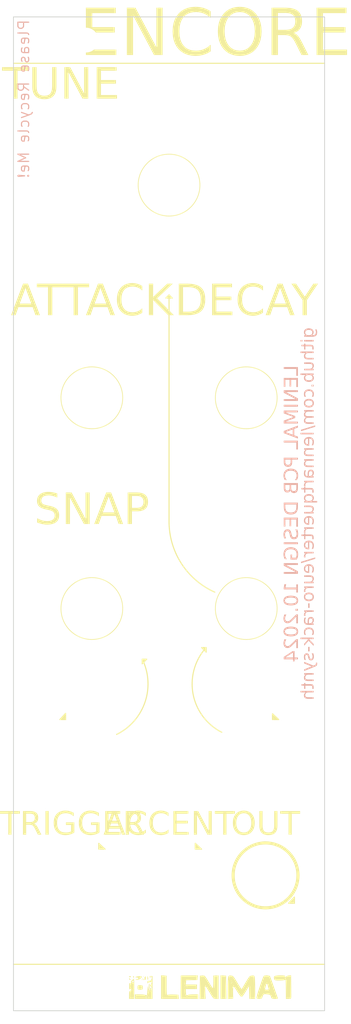
<source format=kicad_pcb>
(kicad_pcb (version 20240108) (generator "pcbnew") (generator_version "8.0")
  (layers (0 "F.Cu" signal) (31 "B.Cu" signal) (34 "B.Paste" user) (35 "F.Paste" user) (36 "B.SilkS" user "B.Silkscreen") (37 "F.SilkS" user "F.Silkscreen") (38 "B.Mask" user) (39 "F.Mask" user) (44 "Edge.Cuts" user))
  (net 0 "")
  (footprint "synth-gfx:jack-input" (layer "F.Cu") (at 57.5 151.75)
    (property "Reference" "REF**" (hide yes))
    (property "Value" "jack-input")
    (fp_poly (pts (xy 3.4 -3.4) (xy 3.400001 -4.140001) (xy 4.190001 -3.400001)) (stroke (width 0.15)) (fill solid) (layer "F.SilkS"))
    (pad "" np_thru_hole circle (at 0 0) (size 6.2 6.2) (drill 6.2) (layers "*.Cu" "*.Mask"))
  )
  (footprint "synth-gfx:7.2mm_pot-lg" (layer "F.Cu") (at 70 62.5)
    (property "Reference" "REF**" (hide yes))
    (property "Value" "7.2mm_pot-lg")
    (fp_circle (center 0 0) (end 4 0) (stroke (width 0.1)) (fill none) (layer "F.SilkS"))
    (pad "" np_thru_hole circle (at 0 0) (size 7.2 7.2) (drill 7.2) (layers "*.Cu" "*.Mask"))
  )
  (footprint "synth-gfx:jack-input" (layer "F.Cu") (at 70 151.75)
    (property "Reference" "REF**" (hide yes))
    (property "Value" "jack-input")
    (fp_poly (pts (xy 3.4 -3.4) (xy 3.400001 -4.140001) (xy 4.190001 -3.400001)) (stroke (width 0.15)) (fill solid) (layer "F.SilkS"))
    (pad "" np_thru_hole circle (at 0 0) (size 6.2 6.2) (drill 6.2) (layers "*.Cu" "*.Mask"))
  )
  (footprint "synth-gfx:7.2mm_pot-xs" (layer "F.Cu") (at 80 117.25)
    (property "Reference" "REF**" (hide yes))
    (property "Value" "7.2mm_pot-xs")
    (fp_circle (center 0 0) (end 4 0) (stroke (width 0.1)) (fill none) (layer "F.SilkS"))
    (pad "" np_thru_hole circle (at 0 0) (size 7.2 7.2) (drill 7.2) (layers "*.Cu" "*.Mask"))
  )
  (footprint "synth-gfx:7.2mm_pot-sm" (layer "F.Cu") (at 60 90)
    (property "Reference" "REF**" (hide yes))
    (property "Value" "7.2mm_pot-sm")
    (fp_circle (center 0 0) (end 4 0) (stroke (width 0.1)) (fill none) (layer "F.SilkS"))
    (pad "" np_thru_hole circle (at 0 0) (size 7.2 7.2) (drill 7.2) (layers "*.Cu" "*.Mask"))
  )
  (footprint "synth-gfx:mount" (layer "F.Cu") (at 57.35 166.25)
    (property "Reference" "REF**" (hide yes))
    (property "Value" "mount")
    (pad "" np_thru_hole oval (at 0 0) (size 7 3.2) (drill oval 7 3.2) (layers "*.Cu" "*.Mask"))
  )
  (footprint "synth-gfx:mount" (layer "F.Cu") (at 57.35 43.75)
    (property "Reference" "REF**" (hide yes))
    (property "Value" "mount")
    (pad "" np_thru_hole oval (at 0 0) (size 7 3.2) (drill oval 7 3.2) (layers "*.Cu" "*.Mask"))
  )
  (footprint "Synth:lenimal_logo_full" (layer "F.Cu") (at 75.4 166.2)
    (property "Reference" "G***" (hide yes))
    (property "Value" "LOGO" (hide yes))
    (fp_poly (pts (xy -8.636 -1.397) (xy -8.678333 -1.354667) (xy -8.720666 -1.397) (xy -8.678333 -1.439334)) (fill solid) (layer "F.SilkS"))
    (fp_poly (pts (xy -8.748889 -1.157112) (xy -8.760511 -1.106777) (xy -8.805333 -1.100667) (xy -8.875023 -1.131645) (xy -8.861778 -1.157112) (xy -8.761298 -1.167245)) (fill solid) (layer "F.SilkS"))
    (fp_poly (pts (xy -10.517552 -1.143) (xy -10.396178 -1.010911) (xy -10.377737 -0.994834) (xy -10.377001 -0.942025) (xy -10.442222 -0.931334) (xy -10.561153 -1.000279) (xy -10.582037 -1.0795) (xy -10.554882 -1.166111)) (fill solid) (layer "F.SilkS"))
    (fp_poly (pts (xy -10.343661 -1.393616) (xy -10.329333 -1.354667) (xy -10.39791 -1.279553) (xy -10.456333 -1.27) (xy -10.569005 -1.315718) (xy -10.583333 -1.354667) (xy -10.514757 -1.429782) (xy -10.456333 -1.439334)) (fill solid) (layer "F.SilkS"))
    (fp_poly (pts (xy -9.942124 -1.370556) (xy -9.934222 -1.312334) (xy -9.944052 -1.197278) (xy -9.997768 -1.221102) (xy -10.018889 -1.241778) (xy -10.073349 -1.357396) (xy -10.028887 -1.435592) (xy -10.004778 -1.439334)) (fill solid) (layer "F.SilkS"))
    (fp_poly (pts (xy 1.629834 -1.507702) (xy 1.989667 -1.481667) (xy 2.012787 0.021166) (xy 2.035907 1.524) (xy 1.652954 1.524) (xy 1.27 1.524) (xy 1.27 -0.004869) (xy 1.27 -1.533737)) (fill solid) (layer "F.SilkS"))
    (fp_poly (pts (xy -8.146247 -1.366046) (xy -8.110535 -1.189362) (xy -8.10994 -1.185334) (xy -8.103884 -1.008262) (xy -8.140759 -0.931429) (xy -8.142663 -0.931334) (xy -8.191831 -1.004965) (xy -8.212662 -1.182353) (xy -8.212666 -1.185334) (xy -8.203167 -1.363836) (xy -8.180288 -1.43932) (xy -8.179943 -1.439334)) (fill solid) (layer "F.SilkS"))
    (fp_poly (pts (xy -8.387902 -1.3509) (xy -8.382 -1.191381) (xy -8.392754 -1.028806) (xy -8.456481 -0.956341) (xy -8.620375 -0.941747) (xy -8.741833 -0.945567) (xy -9.101666 -0.959799) (xy -8.767847 -0.993984) (xy -8.562786 -1.030253) (xy -8.525469 -1.080156) (xy -8.548745 -1.099067) (xy -8.614684 -1.175557) (xy -8.549899 -1.282743) (xy -8.522731 -1.310698) (xy -8.425439 -1.392982)) (fill solid) (layer "F.SilkS"))
    (fp_poly (pts (xy -8.927164 -0.245029) (xy -8.8308 -0.189638) (xy -8.80609 -0.045108) (xy -8.805333 0.042333) (xy -8.815586 0.232065) (xy -8.878891 0.316382) (xy -9.044067 0.338004) (xy -9.144 0.338666) (xy -9.360836 0.329695) (xy -9.457199 0.274303) (xy -9.481909 0.129774) (xy -9.482666 0.042333) (xy -9.472414 -0.147399) (xy -9.409109 -0.231717) (xy -9.243932 -0.253338) (xy -9.144 -0.254)) (fill solid) (layer "F.SilkS"))
    (fp_poly (pts (xy -6.074833 -1.507702) (xy -5.715 -1.481667) (xy -5.715 -0.197583) (xy -5.711634 0.316992) (xy -5.700685 0.678081) (xy -5.680873 0.901416) (xy -5.650919 1.002727) (xy -5.617193 1.005211) (xy -5.490456 0.969597) (xy -5.243405 0.948876) (xy -4.924686 0.946649) (xy -4.855193 0.948794) (xy -4.191 0.973666) (xy -4.164469 1.248833) (xy -4.137938 1.524) (xy -5.286302 1.524) (xy -6.434666 1.524) (xy -6.434666 -0.004869) (xy -6.434666 -1.533737)) (fill solid) (layer "F.SilkS"))
    (fp_poly (pts (xy -8.960444 -1.398574) (xy -8.93838 -1.326837) (xy -8.950224 -1.269659) (xy -9.035315 -1.132245) (xy -9.111541 -1.100667) (xy -9.217724 -1.05163) (xy -9.228666 -1.016) (xy -9.302239 -0.956553) (xy -9.479506 -0.93134) (xy -9.482666 -0.931334) (xy -9.661057 -0.952471) (xy -9.736649 -1.003394) (xy -9.736666 -1.00426) (xy -9.665107 -1.045297) (xy -9.503833 -1.039964) (xy -9.358485 -1.02877) (xy -9.366992 -1.069229) (xy -9.386413 -1.08379) (xy -9.459463 -1.160892) (xy -9.386413 -1.217925) (xy -9.371676 -1.242224) (xy -9.493933 -1.228422) (xy -9.503833 -1.226561) (xy -9.68811 -1.223035) (xy -9.736666 -1.292309) (xy -9.715925 -1.312334) (xy -9.652 -1.312334) (xy -9.609666 -1.27) (xy -9.567333 -1.312334) (xy -9.609666 -1.354667) (xy -9.652 -1.312334) (xy -9.715925 -1.312334) (xy -9.654264 -1.371865) (xy -9.408682 -1.415387) (xy -9.321349 -1.42058) (xy -9.075483 -1.424691)) (fill solid) (layer "F.SilkS"))
    (fp_poly (pts (xy -1.709423 -1.217942) (xy -1.735666 -0.913042) (xy -2.455333 -0.901021) (xy -3.175 -0.889) (xy -3.201531 -0.613834) (xy -3.228062 -0.338667) (xy -2.503031 -0.338667) (xy -1.778 -0.338667) (xy -1.778 -0.042334) (xy -1.778 0.254) (xy -2.497666 0.254) (xy -3.217333 0.254) (xy -3.217333 0.630003) (xy -3.195243 0.891982) (xy -3.137844 1.047992) (xy -3.058441 1.073582) (xy -3.00652 1.017381) (xy -2.902281 0.976971) (xy -2.673328 0.946745) (xy -2.36421 0.931987) (xy -2.281003 0.931333) (xy -1.608666 0.931333) (xy -1.608666 1.227763) (xy -1.608666 1.524193) (xy -2.753613 1.518486) (xy -3.89856 1.512779) (xy -3.890622 0.002338) (xy -3.890387 -0.042334) (xy -3.217333 -0.042334) (xy -3.175 0) (xy -3.132666 -0.042334) (xy -3.175 -0.084667) (xy -3.217333 -0.042334) (xy -3.890387 -0.042334) (xy -3.882684 -1.508103) (xy -2.782932 -1.515473) (xy -1.68318 -1.522842)) (fill solid) (layer "F.SilkS"))
    (fp_poly (pts (xy -0.841781 -1.491561) (xy -0.741077 -1.414927) (xy -0.621851 -1.260065) (xy -0.459461 -1.002627) (xy -0.291232 -0.722081) (xy -0.090142 -0.391665) (xy 0.084058 -0.117528) (xy 0.210816 0.068731) (xy 0.265803 0.134294) (xy 0.296306 0.075374) (xy 0.320533 -0.119428) (xy 0.335428 -0.416691) (xy 0.338667 -0.662356) (xy 0.338667 -1.504039) (xy 0.677334 -1.508713) (xy 1.016 -1.513387) (xy 1.016 0.005306) (xy 1.016 1.524) (xy 0.681224 1.524) (xy 0.532735 1.519361) (xy 0.418604 1.488614) (xy 0.31329 1.406517) (xy 0.191251 1.247824) (xy 0.026946 0.987291) (xy -0.134913 0.717368) (xy -0.334726 0.388532) (xy -0.50676 0.116506) (xy -0.630673 -0.067231) (xy -0.682646 -0.130284) (xy -0.706063 -0.069692) (xy -0.716582 0.126382) (xy -0.713378 0.424518) (xy -0.702513 0.676347) (xy -0.656005 1.524) (xy -1.05224 1.524) (xy -1.448474 1.524) (xy -1.422737 0.021166) (xy -1.397 -1.481667) (xy -1.086201 -1.507545) (xy -0.948608 -1.514318)) (fill solid) (layer "F.SilkS"))
    (fp_poly (pts (xy 10.424584 -0.211667) (xy 10.428248 0.250571) (xy 10.431362 0.658477) (xy 10.433686 0.979429) (xy 10.43498 1.180804) (xy 10.435167 1.227666) (xy 10.418472 1.414225) (xy 10.337452 1.500079) (xy 10.145701 1.523444) (xy 10.075334 1.524) (xy 9.736667 1.524) (xy 9.726845 0.1905) (xy 9.721395 -0.250275) (xy 9.712634 -0.612468) (xy 9.701524 -0.871309) (xy 9.689025 -1.002025) (xy 9.680437 -1.005909) (xy 9.628551 -0.934194) (xy 9.497897 -0.889348) (xy 9.255958 -0.864446) (xy 8.969095 -0.854414) (xy 8.630855 -0.850672) (xy 8.423297 -0.863381) (xy 8.307923 -0.901775) (xy 8.246238 -0.975092) (xy 8.221175 -1.033839) (xy 8.172346 -1.248512) (xy 8.228564 -1.393435) (xy 8.407074 -1.479783) (xy 8.725121 -1.518728) (xy 8.977646 -1.524) (xy 9.313318 -1.521058) (xy 9.514531 -1.505731) (xy 9.616138 -1.468271) (xy 9.652991 -1.398929) (xy 9.658684 -1.3335) (xy 9.676498 -1.221406) (xy 9.713713 -1.27) (xy 9.842494 -1.444882) (xy 10.075488 -1.517786) (xy 10.181167 -1.522704) (xy 10.414 -1.524)) (fill solid) (layer "F.SilkS"))
    (fp_poly (pts (xy -9.931296 -1.020801) (xy -9.920054 -0.800395) (xy -9.911605 -0.468241) (xy -9.906792 -0.053129) (xy -9.906 0.211666) (xy -9.906 1.524) (xy -10.244666 1.524) (xy -10.583333 1.524) (xy -10.583333 1.021705) (xy -10.575294 0.733461) (xy -10.542126 0.570612) (xy -10.470253 0.489614) (xy -10.409542 0.464251) (xy -10.291571 0.401684) (xy -10.322634 0.305353) (xy -10.342055 0.281004) (xy -10.433702 0.200846) (xy -10.494797 0.272533) (xy -10.509895 0.309291) (xy -10.541204 0.31756) (xy -10.562712 0.180682) (xy -10.570703 -0.077266) (xy -10.570698 -0.084667) (xy -10.564775 -0.34641) (xy -10.549929 -0.50795) (xy -10.529345 -0.535111) (xy -10.528846 -0.533923) (xy -10.428699 -0.471143) (xy -10.359097 -0.482206) (xy -10.282554 -0.542979) (xy -10.329849 -0.592986) (xy -10.3559 -0.682372) (xy -10.329006 -0.719667) (xy -10.16 -0.719667) (xy -10.114282 -0.606995) (xy -10.075333 -0.592667) (xy -10.000219 -0.661244) (xy -9.990666 -0.719667) (xy -10.036384 -0.832339) (xy -10.075333 -0.846667) (xy -10.150448 -0.778091) (xy -10.16 -0.719667) (xy -10.329006 -0.719667) (xy -10.241123 -0.84154) (xy -10.2061 -0.877537) (xy -10.051773 -1.022567) (xy -9.953615 -1.097745) (xy -9.944485 -1.100667)) (fill solid) (layer "F.SilkS"))
    (fp_poly (pts (xy 7.478267 -1.505093) (xy 7.638341 -1.457574) (xy 7.665454 -1.434285) (xy 7.711113 -1.327112) (xy 7.801335 -1.089159) (xy 7.925369 -0.749692) (xy 8.072467 -0.337978) (xy 8.17082 -0.058452) (xy 8.327757 0.388924) (xy 8.468488 0.787797) (xy 8.582035 1.107223) (xy 8.657416 1.316262) (xy 8.679761 1.375833) (xy 8.693928 1.463361) (xy 8.622745 1.507803) (xy 8.431548 1.523004) (xy 8.308813 1.524) (xy 8.053212 1.517165) (xy 7.915984 1.478021) (xy 7.846227 1.378607) (xy 7.807864 1.248833) (xy 7.753373 1.087051) (xy 7.664439 0.998356) (xy 7.491506 0.952146) (xy 7.288513 0.928141) (xy 7.047717 0.905246) (xy 6.901944 0.919176) (xy 6.809451 1.001793) (xy 6.728491 1.184957) (xy 6.646479 1.418166) (xy 6.542781 1.488009) (xy 6.326583 1.522649) (xy 6.267991 1.524) (xy 6.045028 1.509827) (xy 5.946094 1.452962) (xy 5.926667 1.356982) (xy 5.953973 1.210489) (xy 6.029309 0.935755) (xy 6.142803 0.563666) (xy 6.236146 0.274934) (xy 7.0429 0.274934) (xy 7.094773 0.329667) (xy 7.226627 0.338839) (xy 7.290392 0.338666) (xy 7.468273 0.322031) (xy 7.513795 0.255251) (xy 7.496129 0.1905) (xy 7.435666 -0.005564) (xy 7.391469 -0.192262) (xy 7.327663 -0.404677) (xy 7.256771 -0.448186) (xy 7.179818 -0.323023) (xy 7.121787 -0.13079) (xy 7.056681 0.134746) (xy 7.0429 0.274934) (xy 6.236146 0.274934) (xy 6.284584 0.125105) (xy 6.444781 -0.349042) (xy 6.61352 -0.827889) (xy 6.705439 -1.0795) (xy 6.804582 -1.332011) (xy 6.891859 -1.464406) (xy 7.013923 -1.515472) (xy 7.217426 -1.523995) (xy 7.240087 -1.524)) (fill solid) (layer "F.SilkS"))
    (fp_poly (pts (xy 2.610384 -1.507287) (xy 2.744267 -1.487763) (xy 2.85523 -1.438203) (xy 2.96654 -1.333196) (xy 3.101462 -1.147333) (xy 3.283263 -0.855204) (xy 3.424845 -0.617809) (xy 3.627987 -0.281248) (xy 3.801412 -0.005284) (xy 3.926599 0.181378) (xy 3.984819 0.250025) (xy 4.051311 0.185628) (xy 4.154541 0.021562) (xy 4.177669 -0.021167) (xy 4.292534 -0.227075) (xy 4.463118 -0.518942) (xy 4.655581 -0.839015) (xy 4.686153 -0.889) (xy 4.874858 -1.185912) (xy 5.014671 -1.365942) (xy 5.138987 -1.460208) (xy 5.281198 -1.499824) (xy 5.349668 -1.507261) (xy 5.553683 -1.50976) (xy 5.651485 -1.442096) (xy 5.703531 -1.263844) (xy 5.72276 -1.08409) (xy 5.73895 -0.773374) (xy 5.750752 -0.370062) (xy 5.756815 0.087483) (xy 5.757334 0.264583) (xy 5.757334 1.524) (xy 5.379399 1.524) (xy 5.001465 1.524) (xy 4.977233 0.6985) (xy 4.953 -0.127) (xy 4.542787 0.5715) (xy 4.322285 0.921614) (xy 4.140557 1.15923) (xy 4.012145 1.265918) (xy 3.991554 1.27) (xy 3.877543 1.197174) (xy 3.706694 0.992474) (xy 3.49569 0.676563) (xy 3.444624 0.592666) (xy 3.259725 0.297611) (xy 3.100211 0.067598) (xy 2.989337 -0.064981) (xy 2.958322 -0.084667) (xy 2.923279 -0.005519) (xy 2.900117 0.210353) (xy 2.89153 0.530588) (xy 2.893108 0.6985) (xy 2.908285 1.481666) (xy 2.554809 1.507701) (xy 2.201334 1.533736) (xy 2.20249 0.195368) (xy 2.204474 -0.387836) (xy 2.209119 -0.635) (xy 2.624667 -0.635) (xy 2.667 -0.592667) (xy 2.709334 -0.635) (xy 2.667 -0.677334) (xy 2.624667 -0.635) (xy 2.209119 -0.635) (xy 2.212648 -0.822813) (xy 2.232069 -1.130664) (xy 2.267791 -1.332493) (xy 2.324869 -1.449401) (xy 2.408359 -1.50249) (xy 2.523316 -1.512863)) (fill solid) (layer "F.SilkS"))
    (fp_poly (pts (xy -7.535333 0.042333) (xy -7.535333 1.524) (xy -8.678333 1.524) (xy -9.821333 1.524) (xy -9.821333 1.382888) (xy -8.353778 1.382888) (xy -8.342155 1.433223) (xy -8.297333 1.439333) (xy -8.227643 1.408355) (xy -8.240889 1.382888) (xy -8.341368 1.372755) (xy -8.353778 1.382888) (xy -9.821333 1.382888) (xy -9.821333 1.227666) (xy -9.821333 1.213555) (xy -8.353778 1.213555) (xy -8.342155 1.263889) (xy -8.297333 1.27) (xy -8.227643 1.239021) (xy -8.240889 1.213555) (xy -8.341368 1.203422) (xy -8.353778 1.213555) (xy -9.821333 1.213555) (xy -9.821333 0.931333) (xy -9.148997 0.931333) (xy -8.826987 0.941477) (xy -8.574184 0.968389) (xy -8.435139 1.006783) (xy -8.42348 1.017381) (xy -8.338337 1.084639) (xy -8.270529 0.993084) (xy -8.223411 0.752657) (xy -8.211104 0.550333) (xy -8.043333 0.550333) (xy -8.001 0.592666) (xy -7.958666 0.550333) (xy -8.001 0.508) (xy -8.043333 0.550333) (xy -8.211104 0.550333) (xy -8.200336 0.373299) (xy -8.19995 0.354836) (xy -8.192208 0.043665) (xy -8.182125 -0.110769) (xy -8.166347 -0.121061) (xy -8.14152 0.000195) (xy -8.128 0.084666) (xy -8.068766 0.465666) (xy -7.704666 0.465666) (xy -7.662333 0.508) (xy -7.62 0.465666) (xy -7.662333 0.423333) (xy -7.704666 0.465666) (xy -8.068766 0.465666) (xy -8.045466 0.105833) (xy -8.025846 -0.175942) (xy -8.00795 -0.334551) (xy -7.983556 -0.415871) (xy -7.944439 -0.465779) (xy -7.942697 -0.467525) (xy -7.91881 -0.425013) (xy -7.917403 -0.25469) (xy -7.932181 -0.062826) (xy -7.945292 0.202777) (xy -7.927886 0.391941) (xy -7.89997 0.449616) (xy -7.853966 0.414211) (xy -7.853293 0.250869) (xy -7.856077 0.228361) (xy -7.874697 0.051416) (xy -7.849549 0.022635) (xy -7.762134 0.122748) (xy -7.758783 0.127) (xy -7.661075 0.235858) (xy -7.626442 0.210912) (xy -7.622693 0.152373) (xy -7.686943 -0.007453) (xy -7.759406 -0.069602) (xy -7.849598 -0.138825) (xy -7.835263 -0.230025) (xy -7.759406 -0.346648) (xy -7.657991 -0.510566) (xy -7.62 -0.606279) (xy -7.68617 -0.65631) (xy -7.838908 -0.651571) (xy -8.009557 -0.604959) (xy -8.129459 -0.529371) (xy -8.143216 -0.508) (xy -8.18651 -0.471002) (xy -8.206233 -0.599572) (xy -8.206716 -0.61549) (xy -8.190712 -0.780967) (xy -8.099405 -0.823949) (xy -8.00098 -0.811593) (xy -7.798052 -0.83066) (xy -7.704647 -0.931371) (xy -7.625952 -1.157717) (xy -7.657619 -1.308663) (xy -7.768166 -1.353371) (xy -7.866769 -1.338966) (xy -7.810091 -1.277159) (xy -7.789333 -1.262258) (xy -7.710963 -1.197151) (xy -7.775542 -1.203076) (xy -7.784041 -1.205346) (xy -7.923359 -1.289431) (xy -7.91759 -1.386774) (xy -7.774232 -1.438864) (xy -7.754055 -1.439334) (xy -7.535333 -1.439334)) (fill solid) (layer "F.SilkS"))
  )
  (footprint "synth-gfx:7.2mm_pot-sm" (layer "F.Cu") (at 60 117.25)
    (property "Reference" "REF**" (hide yes))
    (property "Value" "7.2mm_pot-sm")
    (fp_circle (center 0 0) (end 4 0) (stroke (width 0.1)) (fill none) (layer "F.SilkS"))
    (pad "" np_thru_hole circle (at 0 0) (size 7.2 7.2) (drill 7.2) (layers "*.Cu" "*.Mask"))
  )
  (footprint "synth-gfx:7.2mm_pot-sm" (layer "F.Cu") (at 80 90)
    (property "Reference" "REF**" (hide yes))
    (property "Value" "7.2mm_pot-sm")
    (fp_circle (center 0 0) (end 4 0) (stroke (width 0.1)) (fill none) (layer "F.SilkS"))
    (pad "" np_thru_hole circle (at 0 0) (size 7.2 7.2) (drill 7.2) (layers "*.Cu" "*.Mask"))
  )
  (footprint "synth-gfx:jack-input" (layer "F.Cu") (at 80 135)
    (property "Reference" "REF**" (hide yes))
    (property "Value" "jack-input")
    (fp_poly (pts (xy 3.4 -3.4) (xy 3.400001 -4.140001) (xy 4.190001 -3.400001)) (stroke (width 0.15)) (fill solid) (layer "F.SilkS"))
    (pad "" np_thru_hole circle (at 0 0) (size 6.2 6.2) (drill 6.2) (layers "*.Cu" "*.Mask"))
  )
  (footprint "synth-gfx:jack-input" (layer "F.Cu") (at 60 135 90)
    (property "Reference" "REF**" (hide yes))
    (property "Value" "jack-input")
    (fp_poly (pts (xy 3.4 -3.4) (xy 3.400001 -4.140001) (xy 4.190001 -3.400001)) (stroke (width 0.15)) (fill solid) (layer "F.SilkS"))
    (pad "" np_thru_hole circle (at 0 0 90) (size 6.2 6.2) (drill 6.2) (layers "*.Cu" "*.Mask"))
  )
  (footprint "synth-gfx:led_3mm" (layer "F.Cu") (at 70 135)
    (property "Reference" "REF**" (hide yes))
    (property "Value" "led_3mm")
    (pad "" np_thru_hole circle (at 0 0) (size 3.2 3.2) (drill 3.2) (layers "*.Cu" "*.Mask"))
  )
  (footprint "synth-gfx:jack-output" (layer "F.Cu") (at 82.5 151.75)
    (property "Reference" "REF**" (hide yes))
    (property "Value" "jack-output")
    (fp_circle (center 0 0) (end 4.2 0) (stroke (width 0.4)) (fill none) (layer "F.SilkS"))
    (fp_poly (pts (xy 3.740001 3.600001) (xy 3 3.6) (xy 3.74 2.81)) (stroke (width 0.15)) (fill solid) (layer "F.SilkS"))
    (pad "" np_thru_hole circle (at 0 0) (size 6.2 6.2) (drill 6.2) (layers "*.Cu" "*.Mask"))
  )
  (gr_poly (pts (xy 70 76.7) (xy 70.4 77.1) (xy 69.6 77.1)) (stroke (width 0.15)) (fill solid) (layer "F.SilkS"))
  (gr_arc (start 66.534315 123.8) (mid 66.885869 129.34991) (end 63.214811 133.52704) (stroke (width 0.15)) (layer "F.SilkS"))
  (gr_arc (start 75.920599 115.130087) (mid 71.609708 111.440863) (end 70 106) (stroke (width 0.15)) (layer "F.SilkS"))
  (gr_poly (pts (xy 74.8 122.3) (xy 74.8 122.865685) (xy 74.234315 122.3)) (stroke (width 0.15)) (fill solid) (layer "F.SilkS"))
  (gr_line (start 49.85 163.25) (end 90.15 163.25) (stroke (width 0.15)) (layer "F.SilkS"))
  (gr_line (start 49.85 46.75) (end 90.15 46.75) (stroke (width 0.15)) (layer "F.SilkS"))
  (gr_arc (start 76.826953 133.249941) (mid 73.107811 128.275819) (end 74.8 122.3) (stroke (width 0.15)) (layer "F.SilkS"))
  (gr_poly (pts (xy 66.534315 123.8) (xy 67.1 123.8) (xy 66.534315 124.365685)) (stroke (width 0.15)) (fill solid) (layer "F.SilkS"))
  (gr_line (start 70 106) (end 70 76.7) (stroke (width 0.15)) (layer "F.SilkS"))
  (gr_rect (start 49.85 40.75) (end 90.15 169.25) (stroke (width 0.1)) (fill none) (layer "Edge.Cuts"))
  (gr_text "LENIMAL PCB DESIGN 10.2024" (at 87 105 90) (layer "B.SilkS") (effects (font (size 1.8 1.8)) (justify bottom mirror)))
  (gr_text "github.com/lennartquerter/euro-rack-synth" (at 89 105 90) (layer "B.SilkS") (effects (font (size 1.6 1.6)) (justify bottom mirror)))
  (gr_text "Please Recycle Me!" (at 52 41 90) (layer "B.SilkS") (effects (font (size 1.4 1.4)) (justify left bottom mirror)))
  (gr_text "OUT" (at 82.5 147 0) (layer "F.SilkS") (effects (font (size 3 3)) (justify bottom)))
  (gr_text "TRIGGER" (at 57.5 147 0) (layer "F.SilkS") (effects (font (size 3 3)) (justify bottom)))
  (gr_text "ACCENT" (at 70 147 0) (layer "F.SilkS") (effects (font (size 3 3)) (justify bottom)))
  (gr_text "DECAY" (at 80 80 0) (layer "F.SilkS") (effects (font (size 4 4)) (justify bottom)))
  (gr_text "ATTACK" (at 60 80 0) (layer "F.SilkS") (effects (font (size 4 4)) (justify bottom)))
  (gr_text "ENCORE" (at 76 46.7 0) (layer "F.SilkS") (effects (font (size 6 6)) (justify bottom)))
  (gr_text "SNAP" (at 60 107 0) (layer "F.SilkS") (effects (font (size 4 4)) (justify bottom)))
  (gr_text "TUNE" (at 56 52 0) (layer "F.SilkS") (effects (font (size 4 4)) (justify bottom)))
)
</source>
